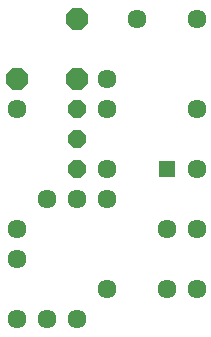
<source format=gts>
G75*
%MOIN*%
%OFA0B0*%
%FSLAX25Y25*%
%IPPOS*%
%LPD*%
%AMOC8*
5,1,8,0,0,1.08239X$1,22.5*
%
%ADD10C,0.06343*%
%ADD11OC8,0.07296*%
%ADD12R,0.05556X0.05556*%
%ADD13OC8,0.05950*%
D10*
X0021220Y0019200D03*
X0031220Y0019200D03*
X0041220Y0019200D03*
X0051220Y0029200D03*
X0071220Y0029200D03*
X0081220Y0029200D03*
X0081220Y0049200D03*
X0071220Y0049200D03*
X0081220Y0069200D03*
X0081220Y0089200D03*
X0081220Y0119200D03*
X0061220Y0119200D03*
X0051220Y0099200D03*
X0051220Y0089200D03*
X0051220Y0069200D03*
X0051220Y0059200D03*
X0041220Y0059200D03*
X0031220Y0059200D03*
X0021220Y0049200D03*
X0021220Y0039200D03*
X0021220Y0089200D03*
D11*
X0021220Y0099200D03*
X0041220Y0099200D03*
X0041220Y0119200D03*
D12*
X0071220Y0069200D03*
D13*
X0041220Y0069200D03*
X0041220Y0079200D03*
X0041220Y0089200D03*
M02*

</source>
